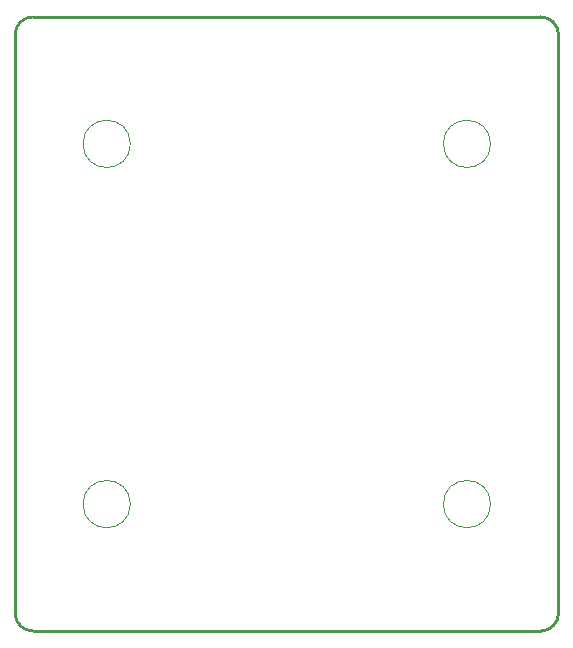
<source format=gbr>
%TF.GenerationSoftware,Altium Limited,Altium Designer,20.2.3 (150)*%
G04 Layer_Color=16711935*
%FSLAX26Y26*%
%MOIN*%
%TF.SameCoordinates,1E0D65CC-F0FE-4DFC-A0D5-6D9DD74121E6*%
%TF.FilePolarity,Positive*%
%TF.FileFunction,Other,Mechanical_1*%
%TF.Part,Single*%
G01*
G75*
%TA.AperFunction,NonConductor*%
%ADD90C,0.010000*%
%ADD91C,0.002000*%
D90*
X2015449Y157850D02*
G03*
X2074504Y216905I0J59055D01*
G01*
Y2146039D02*
G03*
X2015449Y2205095I-59055J0D01*
G01*
X263480Y216905D02*
G03*
X322535Y157850I59055J0D01*
G01*
X322536Y2205095D02*
G03*
X263480Y2146039I0J-59055D01*
G01*
Y216905D02*
Y2146039D01*
X2074504Y216905D02*
Y2146039D01*
X322536Y2205095D02*
X2015449D01*
X322535Y157850D02*
X2015449D01*
D91*
X647339Y581079D02*
G03*
X647339Y581079I-78740J0D01*
G01*
Y1781866D02*
G03*
X647339Y1781866I-78740J0D01*
G01*
X1848126Y581079D02*
G03*
X1848126Y581079I-78740J0D01*
G01*
Y1781866D02*
G03*
X1848126Y1781866I-78740J0D01*
G01*
%TF.MD5,523690748a199689d0e70c9975ccf06b*%
M02*

</source>
